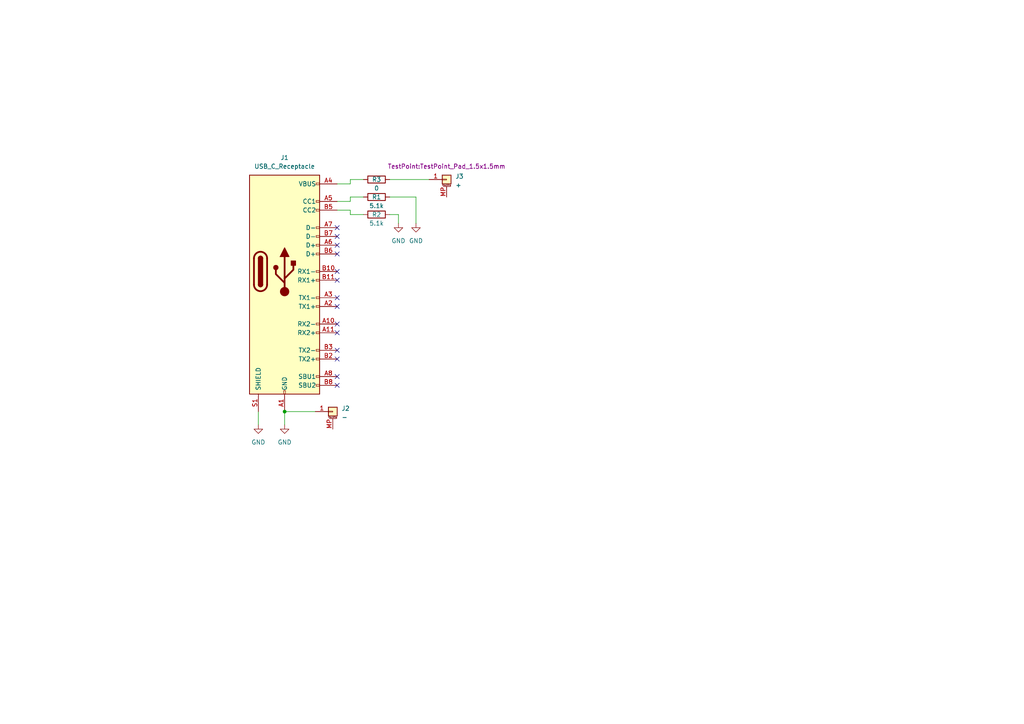
<source format=kicad_sch>
(kicad_sch (version 20230121) (generator eeschema)
  (paper "A4")
  (lib_symbols
    (symbol "Connector:USB_C_Receptacle" (pin_names (offset 1.016))
      (property "Reference" "J" (at -10.16 29.21 0))
      (property "Value" "USB_C_Receptacle" (at 10.16 29.21 0))
      (symbol "USB_C_Receptacle_0_0"
        (rectangle (start -0.254 -35.56) (end 0.254 -34.544))
        (rectangle (start 10.16 -32.766) (end 9.144 -33.274))
        (rectangle (start 10.16 -30.226) (end 9.144 -30.734))
        (rectangle (start 10.16 -25.146) (end 9.144 -25.654))
        (rectangle (start 10.16 -22.606) (end 9.144 -23.114))
        (rectangle (start 10.16 -17.526) (end 9.144 -18.034))
        (rectangle (start 10.16 -14.986) (end 9.144 -15.494))
        (rectangle (start 10.16 -9.906) (end 9.144 -10.414))
        (rectangle (start 10.16 -7.366) (end 9.144 -7.874))
        (rectangle (start 10.16 -2.286) (end 9.144 -2.794))
        (rectangle (start 10.16 0.254) (end 9.144 -0.254))
        (rectangle (start 10.16 5.334) (end 9.144 4.826))
        (rectangle (start 10.16 7.874) (end 9.144 7.366))
        (rectangle (start 10.16 10.414) (end 9.144 9.906))
        (rectangle (start 10.16 12.954) (end 9.144 12.446))
        (rectangle (start 10.16 18.034) (end 9.144 17.526))
        (rectangle (start 10.16 20.574) (end 9.144 20.066))
        (rectangle (start 10.16 25.654) (end 9.144 25.146))
      )
      (symbol "USB_C_Receptacle_0_1"
        (rectangle (start -10.16 27.94) (end 10.16 -35.56) (stroke (width 0.254)) (fill (type background)))
        (arc (start -8.89 -3.81) (mid -6.985 -5.7067) (end -5.08 -3.81) (stroke (width 0.508)))
        (arc (start -7.62 -3.81) (mid -6.985 -4.4423) (end -6.35 -3.81) (stroke (width 0.254)))
        (arc (start -7.62 -3.81) (mid -6.985 -4.4423) (end -6.35 -3.81) (stroke (width 0.254)) (fill (type outline)))
        (rectangle (start -7.62 -3.81) (end -6.35 3.81) (stroke (width 0.254)) (fill (type outline)))
        (arc (start -6.35 3.81) (mid -6.985 4.4423) (end -7.62 3.81) (stroke (width 0.254)))
        (arc (start -6.35 3.81) (mid -6.985 4.4423) (end -7.62 3.81) (stroke (width 0.254)) (fill (type outline)))
        (arc (start -5.08 3.81) (mid -6.985 5.7067) (end -8.89 3.81) (stroke (width 0.508)))
        (polyline (pts (xy -8.89 -3.81) (xy -8.89 3.81)) (stroke (width 0.508)))
        (polyline (pts (xy -5.08 3.81) (xy -5.08 -3.81)) (stroke (width 0.508)))
      )
      (symbol "USB_C_Receptacle_1_1"
        (circle (center -2.54 1.143) (radius 0.635) (stroke (width 0.254)) (fill (type outline)))
        (circle (center 0 -5.842) (radius 1.27) (fill (type outline)))
        (polyline (pts (xy 0 -5.842) (xy 0 4.318)) (stroke (width 0.508)))
        (polyline (pts (xy 0 -3.302) (xy -2.54 -0.762) (xy -2.54 0.508)) (stroke (width 0.508)))
        (polyline (pts (xy 0 -2.032) (xy 2.54 0.508) (xy 2.54 1.778)) (stroke (width 0.508)))
        (polyline (pts (xy -1.27 4.318) (xy 0 6.858) (xy 1.27 4.318) (xy -1.27 4.318)) (stroke (width 0.254)) (fill (type outline)))
        (rectangle (start 1.905 1.778) (end 3.175 3.048) (stroke (width 0.254)) (fill (type outline)))
        (pin passive line (at 0 -40.64 90) (length 5.08) (name "GND") (number "A1"))
        (pin bidirectional line (at 15.24 -15.24 180) (length 5.08) (name "RX2-") (number "A10"))
        (pin bidirectional line (at 15.24 -17.78 180) (length 5.08) (name "RX2+") (number "A11"))
        (pin passive line (at 0 -40.64 90) (length 5.08) hide (name "GND") (number "A12"))
        (pin bidirectional line (at 15.24 -10.16 180) (length 5.08) (name "TX1+") (number "A2"))
        (pin bidirectional line (at 15.24 -7.62 180) (length 5.08) (name "TX1-") (number "A3"))
        (pin passive line (at 15.24 25.4 180) (length 5.08) (name "VBUS") (number "A4"))
        (pin bidirectional line (at 15.24 20.32 180) (length 5.08) (name "CC1") (number "A5"))
        (pin bidirectional line (at 15.24 7.62 180) (length 5.08) (name "D+") (number "A6"))
        (pin bidirectional line (at 15.24 12.7 180) (length 5.08) (name "D-") (number "A7"))
        (pin bidirectional line (at 15.24 -30.48 180) (length 5.08) (name "SBU1") (number "A8"))
        (pin passive line (at 15.24 25.4 180) (length 5.08) hide (name "VBUS") (number "A9"))
        (pin passive line (at 0 -40.64 90) (length 5.08) hide (name "GND") (number "B1"))
        (pin bidirectional line (at 15.24 0 180) (length 5.08) (name "RX1-") (number "B10"))
        (pin bidirectional line (at 15.24 -2.54 180) (length 5.08) (name "RX1+") (number "B11"))
        (pin passive line (at 0 -40.64 90) (length 5.08) hide (name "GND") (number "B12"))
        (pin bidirectional line (at 15.24 -25.4 180) (length 5.08) (name "TX2+") (number "B2"))
        (pin bidirectional line (at 15.24 -22.86 180) (length 5.08) (name "TX2-") (number "B3"))
        (pin passive line (at 15.24 25.4 180) (length 5.08) hide (name "VBUS") (number "B4"))
        (pin bidirectional line (at 15.24 17.78 180) (length 5.08) (name "CC2") (number "B5"))
        (pin bidirectional line (at 15.24 5.08 180) (length 5.08) (name "D+") (number "B6"))
        (pin bidirectional line (at 15.24 10.16 180) (length 5.08) (name "D-") (number "B7"))
        (pin bidirectional line (at 15.24 -33.02 180) (length 5.08) (name "SBU2") (number "B8"))
        (pin passive line (at 15.24 25.4 180) (length 5.08) hide (name "VBUS") (number "B9"))
        (pin passive line (at -7.62 -40.64 90) (length 5.08) (name "SHIELD") (number "S1"))
      )
    )
    (symbol "Connector_Generic_MountingPin:Conn_01x01_MountingPin" (pin_names (offset 1.016) hide)
      (property "Reference" "J" (at 0 2.54 0))
      (property "Value" "Conn_01x01_MountingPin" (at 1.27 -2.54 0))
      (symbol "Conn_01x01_MountingPin_1_1"
        (rectangle (start -1.27 0.127) (end 0 -0.127) (stroke (width 0.1524)))
        (rectangle (start -1.27 1.27) (end 1.27 -1.27) (stroke (width 0.254)) (fill (type background)))
        (polyline (pts (xy -1.016 -2.032) (xy 1.016 -2.032)) (stroke (width 0.1524)))
        (text "Mounting" (at 0 -1.651 0) (effects (font (size 0.381 0.381))))
        (pin passive line (at -5.08 0 0) (length 3.81) (name "Pin_1") (number "1"))
        (pin passive line (at 0 -5.08 90) (length 3.048) (name "MountPin") (number "MP"))
      )
    )
    (symbol "Device:R" (pin_numbers hide) (pin_names (offset 0))
      (property "Reference" "R" (at 2.032 0 90))
      (property "Value" "R" (at 0 0 90))
      (symbol "R_0_1"
        (rectangle (start -1.016 -2.54) (end 1.016 2.54) (stroke (width 0.254)))
      )
      (symbol "R_1_1"
        (pin passive line (at 0 3.81 270) (length 1.27) (name "~") (number "1"))
        (pin passive line (at 0 -3.81 90) (length 1.27) (name "~") (number "2"))
      )
    )
    (symbol "power:GND" (power) (pin_names (offset 0))
      (property "Value" "GND" (at 0 -3.81 0))
      (symbol "GND_0_1"
        (polyline (pts (xy 0 0) (xy 0 -1.27) (xy 1.27 -1.27) (xy 0 -2.54) (xy -1.27 -1.27) (xy 0 -1.27)))
      )
      (symbol "GND_1_1"
        (pin power_in line (at 0 0 270) (length 0) hide (name "GND") (number "1"))
      )
    )
  )
  (junction (at 82.55 119.38))
  (no_connect (at 97.79 68.58))
  (no_connect (at 97.79 71.12))
  (no_connect (at 97.79 73.66))
  (no_connect (at 97.79 78.74))
  (no_connect (at 97.79 81.28))
  (no_connect (at 97.79 86.36))
  (no_connect (at 97.79 88.9))
  (no_connect (at 97.79 93.98))
  (no_connect (at 97.79 111.76))
  (no_connect (at 97.79 96.52))
  (no_connect (at 97.79 101.6))
  (no_connect (at 97.79 104.14))
  (no_connect (at 97.79 109.22))
  (no_connect (at 97.79 66.04))
  (wire (pts (xy 97.79 58.42) (xy 101.6 58.42)))
  (wire (pts (xy 101.6 60.96) (xy 101.6 62.23)))
  (wire (pts (xy 97.79 53.34) (xy 101.6 53.34)))
  (wire (pts (xy 74.93 119.38) (xy 74.93 123.19)))
  (wire (pts (xy 113.03 57.15) (xy 120.65 57.15)))
  (wire (pts (xy 113.03 62.23) (xy 115.57 62.23)))
  (wire (pts (xy 120.65 57.15) (xy 120.65 64.77)))
  (wire (pts (xy 82.55 119.38) (xy 82.55 123.19)))
  (wire (pts (xy 113.03 52.07) (xy 124.46 52.07)))
  (wire (pts (xy 101.6 53.34) (xy 101.6 52.07)))
  (wire (pts (xy 101.6 57.15) (xy 105.41 57.15)))
  (wire (pts (xy 115.57 62.23) (xy 115.57 64.77)))
  (wire (pts (xy 101.6 62.23) (xy 105.41 62.23)))
  (wire (pts (xy 97.79 60.96) (xy 101.6 60.96)))
  (wire (pts (xy 101.6 58.42) (xy 101.6 57.15)))
  (wire (pts (xy 82.55 119.38) (xy 91.44 119.38)))
  (wire (pts (xy 101.6 52.07) (xy 105.41 52.07)))
  (symbol (lib_id "power:GND") (at 120.65 64.77 0) (unit 1)
    (property "Reference" "#PWR0102" (effects hide))
    (property "Value" "GND" (at 120.65 69.85 0))
  )
  (symbol (lib_id "Connector_Generic_MountingPin:Conn_01x01_MountingPin") (at 96.52 119.38 0) (unit 1)
    (property "Reference" "J2" (at 99.06 118.4655 0) (effects (justify left)))
    (property "Value" "-" (at 99.06 121.0055 0) (effects (justify left)))
    (property "Footprint" "TestPoint:TestPoint_Pad_1.5x1.5mm" (effects hide))
  )
  (symbol (lib_id "power:GND") (at 82.55 123.19 0) (unit 1)
    (property "Reference" "#PWR0103" (effects hide))
    (property "Value" "GND" (at 82.55 128.27 0))
  )
  (symbol (lib_id "Connector_Generic_MountingPin:Conn_01x01_MountingPin") (at 129.54 52.07 0) (unit 1)
    (property "Reference" "J3" (at 132.08 51.1555 0) (effects (justify left)))
    (property "Value" "+" (at 132.08 53.6955 0) (effects (justify left)))
    (property "Footprint" "TestPoint:TestPoint_Pad_1.5x1.5mm" (at 129.54 48.26 0))
  )
  (symbol (lib_id "Device:R") (at 109.22 62.23 90) (unit 1)
    (property "Reference" "R2" (at 109.22 62.23 90))
    (property "Value" "5.1k" (at 109.22 64.77 90))
    (property "Footprint" "Resistor_SMD:R_0603_1608Metric" (effects hide))
  )
  (symbol (lib_id "Connector:USB_C_Receptacle") (at 82.55 78.74 0) (unit 1)
    (property "Reference" "J1" (at 82.55 45.72 0))
    (property "Value" "USB_C_Receptacle" (at 82.55 48.26 0))
    (property "Footprint" "Connector_USB:USB_C_Receptacle_HRO_TYPE-C-31-M-12" (effects hide))
    (property "Datasheet" "https://www.usb.org/sites/default/files/documents/usb_type-c.zip" (effects hide))
  )
  (symbol (lib_id "power:GND") (at 115.57 64.77 0) (unit 1)
    (property "Reference" "#PWR0101" (effects hide))
    (property "Value" "GND" (at 115.57 69.85 0))
  )
  (symbol (lib_id "Device:R") (at 109.22 52.07 90) (unit 1)
    (property "Reference" "R3" (at 109.22 52.07 90))
    (property "Value" "0" (at 109.22 54.61 90))
    (property "Footprint" "Resistor_SMD:R_0603_1608Metric" (effects hide))
  )
  (symbol (lib_id "power:GND") (at 74.93 123.19 0) (unit 1)
    (property "Reference" "#PWR0104" (effects hide))
    (property "Value" "GND" (at 74.93 128.27 0))
  )
  (symbol (lib_id "Device:R") (at 109.22 57.15 90) (unit 1)
    (property "Reference" "R1" (at 109.22 57.15 90))
    (property "Value" "5.1k" (at 109.22 59.69 90))
    (property "Footprint" "Resistor_SMD:R_0603_1608Metric" (effects hide))
  )
)
</source>
